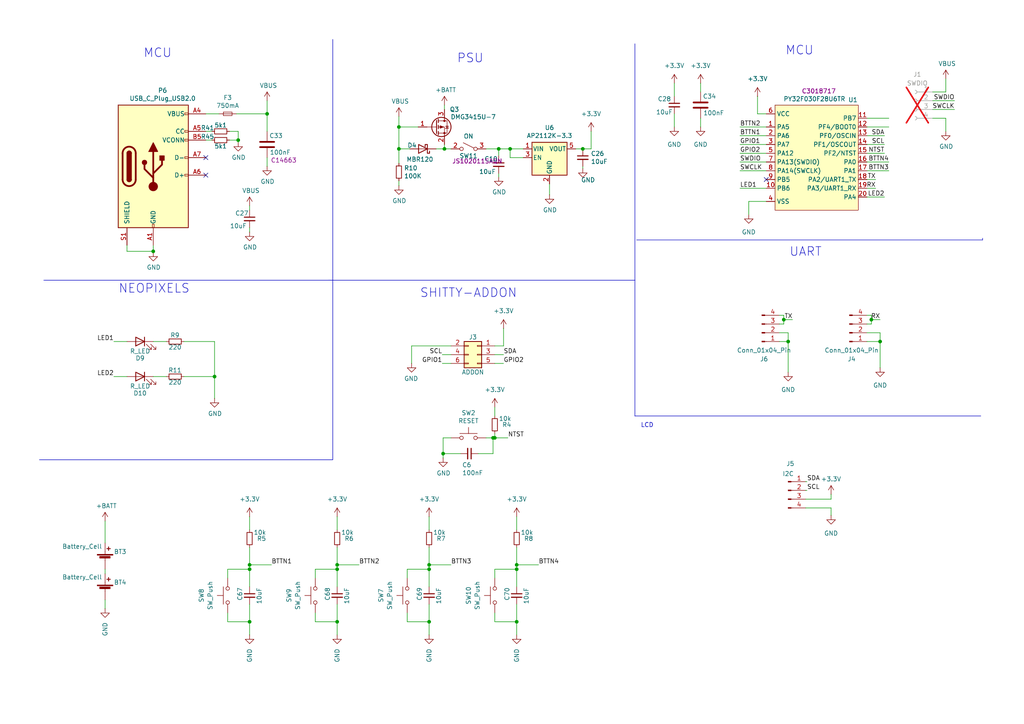
<source format=kicad_sch>
(kicad_sch (version 20250114) (generator "eeschema") (generator_version "9.0")
  (paper "A4")
  (title_block (title "Bsides cDMX 2025") (date "2025-06-02") (rev "1.0"))
  (lib_symbols
    (symbol "Battery_Cell_1" (pin_numbers (hide yes)) (pin_names (offset 0) (hide yes))
      (property "Reference" "BT3" (at 2.54 2.54 0))
      (property "Value" "Battery_Cell" (at -12.446 4.064 0))
      (symbol "Battery_Cell_1_1_1"
        (pin passive line (at 0 5.08 270) (length 2.54) (name "+") (number "1"))
        (pin passive line (at 0 -2.54 90) (length 2.54) (name "-") (number "2"))
      )
    )
    (symbol "Connector:Conn_01x04_Pin" (pin_names (offset 1.016) (hide yes))
      (property "Reference" "J" (at 0 5.08 0))
      (property "Value" "Conn_01x04_Pin" (at 0 -7.62 0))
      (symbol "Conn_01x04_Pin_1_1"
        (pin passive line (at 5.08 2.54 180) (length 3.81) (name "Pin_1") (number "1"))
        (pin passive line (at 5.08 0 180) (length 3.81) (name "Pin_2") (number "2"))
        (pin passive line (at 5.08 -2.54 180) (length 3.81) (name "Pin_3") (number "3"))
        (pin passive line (at 5.08 -5.08 180) (length 3.81) (name "Pin_4") (number "4"))
      )
    )
    (symbol "Connector:Conn_01x04_Socket" (pin_names (offset 1.016) (hide yes))
      (property "Reference" "J" (at 0 5.08 0))
      (property "Value" "Conn_01x04_Socket" (at 0 -7.62 0))
      (symbol "Conn_01x04_Socket_1_1"
        (pin passive line (at -5.08 2.54 0) (length 3.81) (name "Pin_1") (number "1"))
        (pin passive line (at -5.08 0 0) (length 3.81) (name "Pin_2") (number "2"))
        (pin passive line (at -5.08 -2.54 0) (length 3.81) (name "Pin_3") (number "3"))
        (pin passive line (at -5.08 -5.08 0) (length 3.81) (name "Pin_4") (number "4"))
      )
    )
    (symbol "Connector_Generic:Conn_02x03_Odd_Even" (pin_names (offset 1.016) (hide yes))
      (property "Reference" "J" (at 1.27 5.08 0))
      (property "Value" "Conn_02x03_Odd_Even" (at 1.27 -5.08 0))
      (symbol "Conn_02x03_Odd_Even_1_1"
        (pin passive line (at -5.08 2.54 0) (length 3.81) (name "Pin_1") (number "1"))
        (pin passive line (at -5.08 0 0) (length 3.81) (name "Pin_3") (number "3"))
        (pin passive line (at -5.08 -2.54 0) (length 3.81) (name "Pin_5") (number "5"))
        (pin passive line (at 7.62 2.54 180) (length 3.81) (name "Pin_2") (number "2"))
        (pin passive line (at 7.62 0 180) (length 3.81) (name "Pin_4") (number "4"))
        (pin passive line (at 7.62 -2.54 180) (length 3.81) (name "Pin_6") (number "6"))
      )
    )
    (symbol "Device:Battery_Cell" (pin_numbers (hide yes)) (pin_names (offset 0) (hide yes))
      (property "Reference" "BT4" (at 2.54 2.54 0))
      (property "Value" "Battery_Cell" (at -12.446 4.064 0))
      (symbol "Battery_Cell_1_1"
        (pin passive line (at 0 5.08 270) (length 2.54) (name "+") (number "1"))
        (pin passive line (at 0 -2.54 90) (length 2.54) (name "-") (number "2"))
      )
    )
    (symbol "Device:C" (pin_numbers (hide yes)) (pin_names (offset 0.254))
      (property "Reference" "C" (at 0.635 2.54 0))
      (property "Value" "C" (at 0.635 -2.54 0))
      (symbol "C_1_1"
        (pin passive line (at 0 3.81 270) (length 2.794) (name "~") (number "1"))
        (pin passive line (at 0 -3.81 90) (length 2.794) (name "~") (number "2"))
      )
    )
    (symbol "Device:C_Small" (pin_numbers (hide yes)) (pin_names (offset 0.254) (hide yes))
      (property "Reference" "C" (at 0.254 1.778 0))
      (property "Value" "C_Small" (at 0.254 -2.032 0))
      (symbol "C_Small_1_1"
        (pin passive line (at 0 2.54 270) (length 2.032) (name "~") (number "1"))
        (pin passive line (at 0 -2.54 90) (length 2.032) (name "~") (number "2"))
      )
    )
    (symbol "Device:Fuse_Small" (pin_numbers (hide yes)) (pin_names (offset 0.254) (hide yes))
      (property "Reference" "F" (at 0 -1.524 0))
      (property "Value" "Fuse_Small" (at 0 1.524 0))
      (symbol "Fuse_Small_1_1"
        (pin passive line (at -2.54 0 0) (length 1.27) (name "~") (number "1"))
        (pin passive line (at 2.54 0 180) (length 1.27) (name "~") (number "2"))
      )
    )
    (symbol "Device:LED" (pin_numbers (hide yes)) (pin_names (offset 1.016) (hide yes))
      (property "Reference" "D" (at 0 2.54 0))
      (property "Value" "LED" (at 0 -2.54 0))
      (symbol "LED_1_1"
        (pin passive line (at -3.81 0 0) (length 2.54) (name "K") (number "1"))
        (pin passive line (at 3.81 0 180) (length 2.54) (name "A") (number "2"))
      )
    )
    (symbol "Device:Q_PMOS_GSD" (pin_names (offset 0) (hide yes))
      (property "Reference" "Q" (at 5.08 1.27 0))
      (property "Value" "Q_PMOS_GSD" (at 5.08 -1.27 0))
      (symbol "Q_PMOS_GSD_1_1"
        (pin input line (at -5.08 0 0) (length 2.54) (name "G") (number "1"))
        (pin passive line (at 2.54 5.08 270) (length 2.54) (name "D") (number "3"))
        (pin passive line (at 2.54 -5.08 90) (length 2.54) (name "S") (number "2"))
      )
    )
    (symbol "Device:R_Small" (pin_numbers (hide yes)) (pin_names (offset 0.254) (hide yes))
      (property "Reference" "R" (at 0.762 0.508 0))
      (property "Value" "R_Small" (at 0.762 -1.016 0))
      (symbol "R_Small_1_1"
        (pin passive line (at 0 2.54 270) (length 0.762) (name "~") (number "1"))
        (pin passive line (at 0 -2.54 90) (length 0.762) (name "~") (number "2"))
      )
    )
    (symbol "Diode:MBR340" (pin_numbers (hide yes)) (pin_names (offset 1.016) (hide yes))
      (property "Reference" "D" (at 0 2.54 0))
      (property "Value" "MBR340" (at 0 -2.54 0))
      (symbol "MBR340_1_1"
        (pin passive line (at -3.81 0 0) (length 2.54) (name "K") (number "1"))
        (pin passive line (at 3.81 0 180) (length 2.54) (name "A") (number "2"))
      )
    )
    (symbol "HunterCat-NFC-rescue:AP2112K-3.3-Regulator_Linear" (pin_names (offset 0.254))
      (property "Reference" "U" (at -5.08 5.715 0))
      (property "Value" "AP2112K-3.3-Regulator_Linear" (at 0 5.715 0))
      (symbol "AP2112K-3.3-Regulator_Linear_1_1"
        (pin power_in line (at -7.62 2.54 0) (length 2.54) (name "VIN") (number "1"))
        (pin input line (at -7.62 0 0) (length 2.54) (name "EN") (number "3"))
        (pin power_in line (at 0 -7.62 90) (length 2.54) (name "GND") (number "2"))
        (pin power_out line (at 7.62 2.54 180) (length 2.54) (name "VOUT") (number "5"))
        (pin no_connect line (at 7.62 0 180) (length 2.54) (hide yes) (name "NC") (number "4"))
      )
    )
    (symbol "HunterCat-NFC-rescue:USB_C_Plug_USB2.0-Connector" (pin_names (offset 1.016))
      (property "Reference" "P" (at -10.16 19.05 0))
      (property "Value" "USB_C_Plug_USB2.0-Connector" (at 12.7 19.05 0))
      (symbol "USB_C_Plug_USB2.0-Connector_1_1"
        (pin passive line (at -7.62 -22.86 90) (length 5.08) (name "SHIELD") (number "S1"))
        (pin power_in line (at 0 -22.86 90) (length 5.08) (name "GND") (number "A1"))
        (pin passive line (at 0 -22.86 90) (length 5.08) (hide yes) (name "GND") (number "A12"))
        (pin passive line (at 0 -22.86 90) (length 5.08) (hide yes) (name "GND") (number "B1"))
        (pin passive line (at 0 -22.86 90) (length 5.08) (hide yes) (name "GND") (number "B12"))
        (pin power_in line (at 15.24 15.24 180) (length 5.08) (name "VBUS") (number "A4"))
        (pin passive line (at 15.24 15.24 180) (length 5.08) (hide yes) (name "VBUS") (number "A9"))
        (pin passive line (at 15.24 15.24 180) (length 5.08) (hide yes) (name "VBUS") (number "B4"))
        (pin passive line (at 15.24 15.24 180) (length 5.08) (hide yes) (name "VBUS") (number "B9"))
        (pin bidirectional line (at 15.24 10.16 180) (length 5.08) (name "CC") (number "A5"))
        (pin bidirectional line (at 15.24 7.62 180) (length 5.08) (name "VCONN") (number "B5"))
        (pin bidirectional line (at 15.24 2.54 180) (length 5.08) (name "D-") (number "A7"))
        (pin bidirectional line (at 15.24 -2.54 180) (length 5.08) (name "D+") (number "A6"))
      )
    )
    (symbol "Switch:SW_Push" (pin_numbers (hide yes)) (pin_names (offset 1.016) (hide yes))
      (property "Reference" "SW" (at 1.27 2.54 0))
      (property "Value" "SW_Push" (at 0 -1.524 0))
      (symbol "SW_Push_0_1"
        (pin passive line (at -5.08 0 0) (length 2.54) (name "1") (number "1"))
        (pin passive line (at 5.08 0 180) (length 2.54) (name "2") (number "2"))
      )
    )
    (symbol "Switch:SW_SPST" (pin_names (offset 0) (hide yes))
      (property "Reference" "SW1" (at 0 -2.032 0))
      (property "Value" "ON" (at 0 3.6576 0))
      (symbol "SW_SPST_1_1"
        (pin passive line (at -5.08 0 0) (length 2.54) (name "A") (number "3"))
        (pin passive line (at 5.08 0 180) (length 2.54) (name "B") (number "2"))
      )
    )
    (symbol "Symbols:PY32F030F2xU"
      (property "Reference" "U1" (at 9.906 16.764 0))
      (property "Value" "~" (at 9.525 11.43 0))
      (symbol "PY32F030F2xU_1_1"
        (pin bidirectional line (at -15.24 12.7 0) (length 2.54) (name "VCC") (number "6"))
        (pin bidirectional line (at -15.24 8.89 0) (length 2.54) (name "PA5") (number "1"))
        (pin bidirectional line (at -15.24 6.35 0) (length 2.54) (name "PA6") (number "2"))
        (pin bidirectional line (at -15.24 3.81 0) (length 2.54) (name "PA7") (number "3"))
        (pin bidirectional line (at -15.24 1.27 0) (length 2.54) (name "PA12") (number "5"))
        (pin bidirectional line (at -15.24 -1.27 0) (length 2.54) (name "PA13(SWDIO)") (number "7"))
        (pin bidirectional line (at -15.24 -3.81 0) (length 2.54) (name "PA14(SWCLK)") (number "8"))
        (pin bidirectional line (at -15.24 -6.35 0) (length 2.54) (name "PB5") (number "9"))
        (pin bidirectional line (at -15.24 -8.89 0) (length 2.54) (name "PB6") (number "10"))
        (pin bidirectional line (at -15.24 -12.7 0) (length 2.54) (name "VSS") (number "4"))
        (pin bidirectional line (at 13.97 11.43 180) (length 2.54) (name "PB7") (number "11"))
        (pin bidirectional line (at 13.97 8.89 180) (length 2.54) (name "PF4/BOOT0") (number "12"))
        (pin bidirectional line (at 13.97 6.35 180) (length 2.54) (name "PF0/OSCIN") (number "13"))
        (pin bidirectional line (at 13.97 3.81 180) (length 2.54) (name "PF1/OSCOUT") (number "14"))
        (pin bidirectional line (at 13.97 1.27 180) (length 2.54) (name "PF2/NTST") (number "15"))
        (pin bidirectional line (at 13.97 -1.27 180) (length 2.54) (name "PA0") (number "16"))
        (pin bidirectional line (at 13.97 -3.81 180) (length 2.54) (name "PA1") (number "17"))
        (pin bidirectional line (at 13.97 -6.35 180) (length 2.54) (name "PA2/UART1_TX") (number "18"))
        (pin bidirectional line (at 13.97 -8.89 180) (length 2.54) (name "PA3/UART1_RX") (number "19"))
        (pin bidirectional line (at 13.97 -11.43 180) (length 2.54) (name "PA4") (number "20"))
      )
    )
    (symbol "power:+3.3V" (power) (pin_numbers (hide yes)) (pin_names (offset 0) (hide yes))
      (property "Value" "+3.3V" (at 0 3.556 0))
      (symbol "+3.3V_1_1"
        (pin power_in line (at 0 0 90) (length 0) (name "~") (number "1"))
      )
    )
    (symbol "power:+BATT" (power) (pin_names (offset 0))
      (property "Value" "+BATT" (at 0 3.556 0))
      (symbol "+BATT_1_1"
        (pin power_in line (at 0 0 90) (length 0) (hide yes) (name "+BATT") (number "1"))
      )
    )
    (symbol "power:GND" (power) (pin_numbers (hide yes)) (pin_names (offset 0) (hide yes))
      (property "Value" "GND" (at 0 -3.81 0))
      (symbol "GND_1_1"
        (pin power_in line (at 0 0 270) (length 0) (name "~") (number "1"))
      )
    )
    (symbol "power:VBUS" (power) (pin_names (offset 0))
      (property "Value" "VBUS" (at 0 3.81 0))
      (symbol "VBUS_1_1"
        (pin power_in line (at 0 0 90) (length 0) (hide yes) (name "VBUS") (number "1"))
      )
    )
  )
  (text "LCD\n" (at 187.706 123.444 0) (effects (font (size 1.27 1.27))))
  (text "SHITTY-ADDON" (at 135.89 85.09 0) (effects (font (size 2.54 2.54))))
  (text "MCU" (at 45.72 15.494 0) (effects (font (size 2.54 2.54))))
  (text "UART\n" (at 233.68 73.152 0) (effects (font (size 2.54 2.54))))
  (text "PSU\n" (at 136.398 17.018 0) (effects (font (size 2.54 2.54))))
  (text "NEOPIXELS\n" (at 44.704 83.82 0) (effects (font (size 2.54 2.54))))
  (text "MCU" (at 231.902 14.732 0) (effects (font (size 2.54 2.54))))
  (junction (at 69.088 40.64))
  (junction (at 252.73 92.71))
  (junction (at 115.697 43.18))
  (junction (at 124.46 180.34))
  (junction (at 72.39 180.34))
  (junction (at 124.46 163.83))
  (junction (at 144.653 43.18))
  (junction (at 149.86 163.83))
  (junction (at 115.697 36.83))
  (junction (at 72.39 163.83))
  (junction (at 149.86 165.1))
  (junction (at 143.51 127))
  (junction (at 228.6 99.06))
  (junction (at 128.905 43.18))
  (junction (at 97.79 163.83))
  (junction (at 124.46 165.1))
  (junction (at 44.45 72.898))
  (junction (at 149.86 180.34))
  (junction (at 255.27 99.06))
  (junction (at 97.79 165.1))
  (junction (at 97.79 180.34))
  (junction (at 62.23 109.22))
  (junction (at 143.0024 127))
  (junction (at 72.39 165.1))
  (junction (at 77.47 33.02))
  (junction (at 128.524 131.572))
  (junction (at 169.037 43.18))
  (junction (at 227.33 92.71))
  (junction (at 147.955 43.18))
  (no_connect (at 222.25 52.07))
  (no_connect (at 59.69 50.8))
  (no_connect (at 59.69 45.72))
  (wire (pts (xy 274.32 22.86) (xy 274.32 26.67)))
  (wire (pts (xy 252.73 92.71) (xy 252.73 91.44)))
  (wire (pts (xy 33.02 99.06) (xy 36.83 99.06)))
  (wire (pts (xy 214.63 44.45) (xy 222.25 44.45)))
  (wire (pts (xy 251.46 52.07) (xy 254 52.07)))
  (wire (pts (xy 72.39 149.86) (xy 72.39 153.67)))
  (wire (pts (xy 143.51 165.1) (xy 149.86 165.1)))
  (wire (pts (xy 144.653 50.292) (xy 144.653 51.308)))
  (wire (pts (xy 118.11 165.1) (xy 124.46 165.1)))
  (wire (pts (xy 128.905 31.75) (xy 128.905 30.48)))
  (wire (pts (xy 69.088 40.64) (xy 69.088 41.275)))
  (wire (pts (xy 138.684 131.572) (xy 143.0024 131.572)))
  (wire (pts (xy 251.46 46.99) (xy 257.81 46.99)))
  (wire (pts (xy 233.68 139.7) (xy 234.061 139.7)))
  (wire (pts (xy 128.27 102.87) (xy 130.81 102.87)))
  (polyline (pts (xy 184.15 12.7) (xy 184.15 81.28)))
  (wire (pts (xy 226.06 91.44) (xy 227.33 91.44)))
  (wire (pts (xy 149.86 165.1) (xy 149.86 170.18)))
  (wire (pts (xy 128.905 43.18) (xy 126.492 43.18)))
  (wire (pts (xy 143.51 127) (xy 147.32 127)))
  (wire (pts (xy 118.11 177.8) (xy 118.11 180.34)))
  (wire (pts (xy 214.63 41.91) (xy 222.25 41.91)))
  (wire (pts (xy 214.63 49.53) (xy 222.25 49.53)))
  (wire (pts (xy 252.73 91.44) (xy 251.46 91.44)))
  (wire (pts (xy 115.697 52.451) (xy 115.697 53.848)))
  (wire (pts (xy 130.81 127) (xy 128.524 127)))
  (wire (pts (xy 72.39 163.83) (xy 78.74 163.83)))
  (wire (pts (xy 68.58 33.02) (xy 77.47 33.02)))
  (wire (pts (xy 227.33 93.98) (xy 227.33 92.71)))
  (wire (pts (xy 255.27 99.06) (xy 255.27 106.68)))
  (wire (pts (xy 149.86 163.83) (xy 156.21 163.83)))
  (wire (pts (xy 128.905 41.91) (xy 128.905 43.18)))
  (wire (pts (xy 97.79 163.83) (xy 97.79 165.1)))
  (wire (pts (xy 143.51 177.8) (xy 143.51 180.34)))
  (wire (pts (xy 226.06 93.98) (xy 227.33 93.98)))
  (wire (pts (xy 97.79 165.1) (xy 97.79 170.18)))
  (wire (pts (xy 36.83 71.12) (xy 36.83 72.898)))
  (wire (pts (xy 33.02 109.22) (xy 36.83 109.22)))
  (polyline (pts (xy 95.25 81.28) (xy 184.15 81.28)))
  (wire (pts (xy 241.046 147.32) (xy 233.68 147.32)))
  (wire (pts (xy 77.47 29.21) (xy 77.47 33.02)))
  (wire (pts (xy 69.088 38.1) (xy 69.088 40.64)))
  (wire (pts (xy 91.44 180.34) (xy 97.79 180.34)))
  (wire (pts (xy 255.27 96.52) (xy 255.27 99.06)))
  (wire (pts (xy 119.38 100.33) (xy 130.81 100.33)))
  (wire (pts (xy 48.26 109.22) (xy 44.45 109.22)))
  (wire (pts (xy 59.69 38.1) (xy 61.468 38.1)))
  (wire (pts (xy 59.69 33.02) (xy 63.5 33.02)))
  (wire (pts (xy 115.697 36.83) (xy 115.697 33.782)))
  (wire (pts (xy 203.2 24.13) (xy 203.2 26.67)))
  (wire (pts (xy 128.27 105.41) (xy 130.81 105.41)))
  (polyline (pts (xy 12.7 81.28) (xy 96.52 81.28)))
  (wire (pts (xy 97.79 158.75) (xy 97.79 163.83)))
  (wire (pts (xy 72.39 180.34) (xy 72.39 184.15)))
  (polyline (pts (xy 184.658 69.596) (xy 284.988 69.596)))
  (wire (pts (xy 251.46 99.06) (xy 255.27 99.06)))
  (wire (pts (xy 251.46 57.15) (xy 256.54 57.15)))
  (wire (pts (xy 251.46 44.45) (xy 256.54 44.45)))
  (wire (pts (xy 214.63 54.61) (xy 222.25 54.61)))
  (wire (pts (xy 66.548 40.64) (xy 69.088 40.64)))
  (wire (pts (xy 66.548 38.1) (xy 69.088 38.1)))
  (wire (pts (xy 147.955 45.72) (xy 151.765 45.72)))
  (wire (pts (xy 30.48 151.13) (xy 30.48 157.48)))
  (polyline (pts (xy 96.52 133.35) (xy 96.52 81.28)))
  (wire (pts (xy 143.51 180.34) (xy 149.86 180.34)))
  (wire (pts (xy 251.46 36.83) (xy 257.81 36.83)))
  (wire (pts (xy 97.79 175.26) (xy 97.79 180.34)))
  (wire (pts (xy 124.46 163.83) (xy 124.46 165.1)))
  (wire (pts (xy 130.81 43.18) (xy 128.905 43.18)))
  (wire (pts (xy 270.51 31.75) (xy 276.86 31.75)))
  (wire (pts (xy 228.6 96.52) (xy 228.6 99.06)))
  (wire (pts (xy 144.653 43.18) (xy 147.955 43.18)))
  (wire (pts (xy 222.25 33.02) (xy 219.71 33.02)))
  (wire (pts (xy 66.04 180.34) (xy 72.39 180.34)))
  (wire (pts (xy 128.524 127) (xy 128.524 131.572)))
  (wire (pts (xy 241.046 144.78) (xy 233.68 144.78)))
  (wire (pts (xy 274.32 26.67) (xy 270.51 26.67)))
  (wire (pts (xy 66.04 165.1) (xy 72.39 165.1)))
  (wire (pts (xy 251.46 39.37) (xy 256.54 39.37)))
  (wire (pts (xy 124.46 163.83) (xy 130.81 163.83)))
  (wire (pts (xy 66.04 177.8) (xy 66.04 180.34)))
  (wire (pts (xy 228.6 96.52) (xy 226.06 96.52)))
  (wire (pts (xy 30.48 166.37) (xy 30.48 165.1)))
  (wire (pts (xy 143.51 100.33) (xy 146.05 100.33)))
  (wire (pts (xy 115.697 43.18) (xy 115.697 47.371)))
  (wire (pts (xy 146.05 102.87) (xy 143.51 102.87)))
  (wire (pts (xy 121.285 36.83) (xy 115.697 36.83)))
  (polyline (pts (xy 284.988 69.088) (xy 284.988 69.596)))
  (wire (pts (xy 72.39 165.1) (xy 72.39 170.18)))
  (wire (pts (xy 128.524 131.572) (xy 128.524 132.842)))
  (wire (pts (xy 195.58 24.13) (xy 195.58 27.94)))
  (wire (pts (xy 143.51 125.73) (xy 143.51 127)))
  (wire (pts (xy 274.32 34.29) (xy 270.51 34.29)))
  (wire (pts (xy 149.86 163.83) (xy 149.86 165.1)))
  (wire (pts (xy 169.037 48.26) (xy 169.037 48.895)))
  (wire (pts (xy 72.39 175.26) (xy 72.39 180.34)))
  (wire (pts (xy 91.44 177.8) (xy 91.44 180.34)))
  (polyline (pts (xy 184.15 81.28) (xy 184.15 120.65)))
  (wire (pts (xy 91.44 165.1) (xy 91.44 167.64)))
  (wire (pts (xy 252.73 92.71) (xy 252.73 93.98)))
  (wire (pts (xy 228.6 99.06) (xy 228.6 107.95)))
  (wire (pts (xy 227.33 91.44) (xy 227.33 92.71)))
  (wire (pts (xy 159.385 53.34) (xy 159.385 56.515)))
  (wire (pts (xy 146.05 100.33) (xy 146.05 95.25)))
  (wire (pts (xy 62.23 109.22) (xy 62.23 99.06)))
  (wire (pts (xy 251.46 41.91) (xy 256.54 41.91)))
  (wire (pts (xy 128.524 131.572) (xy 133.604 131.572)))
  (wire (pts (xy 143.51 105.41) (xy 146.05 105.41)))
  (wire (pts (xy 219.71 33.02) (xy 219.71 27.94)))
  (wire (pts (xy 124.46 180.34) (xy 124.46 184.15)))
  (wire (pts (xy 167.005 43.18) (xy 169.037 43.18)))
  (wire (pts (xy 30.48 173.99) (xy 30.48 176.53)))
  (wire (pts (xy 53.34 99.06) (xy 62.23 99.06)))
  (wire (pts (xy 124.46 165.1) (xy 124.46 170.18)))
  (wire (pts (xy 77.47 45.72) (xy 77.47 48.26)))
  (wire (pts (xy 251.46 49.53) (xy 257.81 49.53)))
  (wire (pts (xy 149.86 149.86) (xy 149.86 153.67)))
  (wire (pts (xy 270.51 29.21) (xy 276.86 29.21)))
  (wire (pts (xy 115.697 43.18) (xy 115.697 36.83)))
  (wire (pts (xy 227.33 92.71) (xy 229.87 92.71)))
  (wire (pts (xy 143.0024 127) (xy 143.51 127)))
  (wire (pts (xy 274.32 38.1) (xy 274.32 34.29)))
  (wire (pts (xy 59.69 40.64) (xy 61.468 40.64)))
  (wire (pts (xy 124.46 149.86) (xy 124.46 153.67)))
  (wire (pts (xy 195.58 33.02) (xy 195.58 36.83)))
  (polyline (pts (xy 184.15 120.65) (xy 284.48 120.65)))
  (wire (pts (xy 97.79 149.86) (xy 97.79 153.67)))
  (wire (pts (xy 143.0024 131.572) (xy 143.0024 127)))
  (wire (pts (xy 241.046 143.383) (xy 241.046 144.78)))
  (wire (pts (xy 171.45 38.1) (xy 171.45 43.18)))
  (wire (pts (xy 217.17 62.23) (xy 217.17 58.42)))
  (wire (pts (xy 72.39 66.04) (xy 72.39 67.31)))
  (wire (pts (xy 53.34 109.22) (xy 62.23 109.22)))
  (wire (pts (xy 66.04 165.1) (xy 66.04 167.64)))
  (wire (pts (xy 44.45 71.12) (xy 44.45 72.898)))
  (wire (pts (xy 97.79 163.83) (xy 104.14 163.83)))
  (wire (pts (xy 124.46 175.26) (xy 124.46 180.34)))
  (wire (pts (xy 97.79 180.34) (xy 97.79 184.15)))
  (wire (pts (xy 36.83 72.898) (xy 44.45 72.898)))
  (wire (pts (xy 144.653 45.212) (xy 144.653 43.18)))
  (wire (pts (xy 119.38 100.33) (xy 119.38 105.41)))
  (polyline (pts (xy 96.52 11.43) (xy 96.52 81.28)))
  (wire (pts (xy 214.63 36.83) (xy 222.25 36.83)))
  (wire (pts (xy 62.23 115.57) (xy 62.23 109.22)))
  (wire (pts (xy 147.955 45.72) (xy 147.955 43.18)))
  (polyline (pts (xy 11.43 133.35) (xy 96.52 133.35)))
  (wire (pts (xy 124.46 158.75) (xy 124.46 163.83)))
  (wire (pts (xy 72.39 158.75) (xy 72.39 163.83)))
  (wire (pts (xy 255.27 92.71) (xy 252.73 92.71)))
  (wire (pts (xy 48.26 99.06) (xy 44.45 99.06)))
  (wire (pts (xy 140.97 127) (xy 143.0024 127)))
  (wire (pts (xy 143.51 165.1) (xy 143.51 167.64)))
  (wire (pts (xy 44.45 72.898) (xy 44.45 73.152)))
  (wire (pts (xy 72.39 163.83) (xy 72.39 165.1)))
  (wire (pts (xy 255.27 96.52) (xy 251.46 96.52)))
  (wire (pts (xy 149.86 158.75) (xy 149.86 163.83)))
  (wire (pts (xy 203.2 34.29) (xy 203.2 36.83)))
  (wire (pts (xy 169.037 43.18) (xy 171.45 43.18)))
  (wire (pts (xy 214.63 39.37) (xy 222.25 39.37)))
  (wire (pts (xy 77.47 33.02) (xy 77.47 38.1)))
  (wire (pts (xy 217.17 58.42) (xy 222.25 58.42)))
  (wire (pts (xy 140.97 43.18) (xy 144.653 43.18)))
  (wire (pts (xy 91.44 165.1) (xy 97.79 165.1)))
  (wire (pts (xy 118.872 43.18) (xy 115.697 43.18)))
  (wire (pts (xy 226.06 99.06) (xy 228.6 99.06)))
  (wire (pts (xy 118.11 180.34) (xy 124.46 180.34)))
  (wire (pts (xy 149.86 180.34) (xy 149.86 184.15)))
  (wire (pts (xy 251.46 93.98) (xy 252.73 93.98)))
  (wire (pts (xy 251.46 34.29) (xy 257.81 34.29)))
  (wire (pts (xy 72.39 59.69) (xy 72.39 60.96)))
  (wire (pts (xy 143.51 118.11) (xy 143.51 120.65)))
  (wire (pts (xy 149.86 175.26) (xy 149.86 180.34)))
  (wire (pts (xy 251.46 54.61) (xy 254 54.61)))
  (wire (pts (xy 118.11 165.1) (xy 118.11 167.64)))
  (wire (pts (xy 241.046 149.479) (xy 241.046 147.32)))
  (wire (pts (xy 214.63 46.99) (xy 222.25 46.99)))
  (wire (pts (xy 233.68 142.24) (xy 234.061 142.24)))
  (wire (pts (xy 147.955 43.18) (xy 151.765 43.18)))
  (label "SWDIO" (at 214.63 46.99 0))
  (label "BTTN1" (at 78.74 163.83 0))
  (label "SWCLK" (at 214.63 49.53 0))
  (label "GPIO1" (at 214.63 41.91 0))
  (label "GPIO1" (at 128.27 105.41 180))
  (label "SDA" (at 234.061 139.7 0))
  (label "GPIO2" (at 214.63 44.45 0))
  (label "LED2" (at 33.02 109.22 180))
  (label "SDA" (at 256.54 39.37 180))
  (label "GPIO2" (at 146.05 105.41 0))
  (label "TX" (at 229.87 92.71 180))
  (label "BTTN4" (at 156.21 163.83 0))
  (label "LED1" (at 214.63 54.61 0))
  (label "NTST" (at 256.54 44.45 180))
  (label "SWDIO" (at 276.86 29.21 180))
  (label "SDA" (at 146.05 102.87 0))
  (label "LED1" (at 33.02 99.06 180))
  (label "BTTN1" (at 214.63 39.37 0))
  (label "BTTN2" (at 214.63 36.83 0))
  (label "BTTN4" (at 257.81 46.99 180))
  (label "TX" (at 254 52.07 180))
  (label "LED2" (at 256.54 57.15 180))
  (label "BTTN3" (at 257.81 49.53 180))
  (label "BTTN3" (at 130.81 163.83 0))
  (label "BTTN2" (at 104.14 163.83 0))
  (label "NTST" (at 147.32 127 0))
  (label "SCL" (at 128.27 102.87 180))
  (label "SWCLK" (at 276.86 31.75 180))
  (label "SCL" (at 256.54 41.91 180))
  (label "RX" (at 255.27 92.71 180))
  (label "RX" (at 254 54.61 180))
  (label "SCL" (at 234.061 142.24 0))
  (symbol (lib_id "power:+3.3V") (at 97.79 149.86 0) (unit 1)
    (property "Reference" "#PWR019" (effects (hide yes)))
    (property "Value" "+3.3V" (at 97.79 144.78 0))
    (property "Description" "Power symbol creates a global label with name \"+3.3V\"" (effects (hide yes)))
  )
  (symbol (lib_id "Symbols:PY32F030F2xU") (at 237.49 45.72 0) (unit 1)
    (property "Reference" "U1" (at 247.396 28.956 0))
    (property "Value" "PY32F030F28U6TR" (at 236.22 28.702 0))
    (property "Footprint" "Package_DFN_QFN:QFN-20-1EP_3x3mm_P0.4mm_EP1.65x1.65mm_ThermalVias" (effects (hide yes)))
    (property "LCSC#" "C3018717" (at 237.49 26.416 0))
  )
  (symbol (lib_id "Switch:SW_SPST") (at 135.89 43.18 0) (mirror y) (unit 1)
    (property "Reference" "SW11" (at 135.89 45.212 0))
    (property "Value" "ON" (at 135.89 39.5224 0))
    (property "Footprint" "Footprints:JS102011SAQN" (effects (hide yes)))
    (property "LCSC#" "-" (effects (hide yes)))
    (property "manf#" "JS102011SAQN" (effects (hide yes)))
    (property "Manufacturer_Part_Number" "JS102011SAQN" (at 138.43 46.736 0))
  )
  (symbol (lib_id "Connector:Conn_01x04_Pin") (at 246.38 96.52 0) (mirror x) (unit 1)
    (property "Reference" "J4" (at 247.015 104.14 0))
    (property "Value" "Conn_01x04_Pin" (at 247.015 101.6 0))
    (property "Footprint" "Connector_PinHeader_2.54mm:PinHeader_1x04_P2.54mm_Horizontal" (effects (hide yes)))
    (property "Description" "Generic connector, single row, 01x04, script generated" (effects (hide yes)))
    (property "LCSC#" "C492412" (effects (hide yes)))
  )
  (symbol (lib_id "power:GND") (at 124.46 184.15 0) (unit 1)
    (property "Reference" "#PWR015" (effects (hide yes)))
    (property "Value" "GND" (at 124.46 188.087 90) (effects (justify right)))
  )
  (symbol (lib_id "Device:R_Small") (at 50.8 99.06 90) (unit 1)
    (property "Reference" "R9" (at 50.7492 97.2312 90))
    (property "Value" "220" (at 50.7746 100.711 90))
    (property "Footprint" "Resistor_SMD:R_0603_1608Metric" (effects (hide yes)))
    (property "LCSC#" "C22962" (effects (hide yes)))
    (property "Proveedor" "Digikey" (effects (hide yes)))
  )
  (symbol (lib_id "power:+3.3V") (at 149.86 149.86 0) (unit 1)
    (property "Reference" "#PWR022" (effects (hide yes)))
    (property "Value" "+3.3V" (at 149.86 144.78 0))
    (property "Description" "Power symbol creates a global label with name \"+3.3V\"" (effects (hide yes)))
  )
  (symbol (lib_id "Device:C_Small") (at 195.58 30.48 0) (unit 1)
    (property "Reference" "C28" (at 190.754 28.702 0) (effects (justify left)))
    (property "Value" "10uF" (at 190.246 32.512 0) (effects (justify left)))
    (property "Footprint" "Capacitor_SMD:C_0603_1608Metric" (effects (hide yes)))
    (property "LCSC#" "C96446" (effects (hide yes)))
  )
  (symbol (lib_id "power:GND") (at 203.2 36.83 0) (unit 1)
    (property "Reference" "#PWR05" (effects (hide yes)))
    (property "Value" "GND" (at 203.2 41.91 0))
    (property "Description" "Power symbol creates a global label with name \"GND\" , ground" (effects (hide yes)))
  )
  (symbol (lib_id "power:GND") (at 274.32 38.1 0) (unit 1)
    (property "Reference" "#PWR053" (effects (hide yes)))
    (property "Value" "GND" (at 274.447 42.4942 0))
  )
  (symbol (lib_id "power:VBUS") (at 115.697 33.782 0) (unit 1)
    (property "Reference" "#PWR029" (effects (hide yes)))
    (property "Value" "VBUS" (at 116.078 29.3878 0))
  )
  (symbol (lib_id "power:+3.3V") (at 146.05 95.25 0) (unit 1)
    (property "Reference" "#PWR017" (effects (hide yes)))
    (property "Value" "+3.3V" (at 146.05 90.17 0))
    (property "Description" "Power symbol creates a global label with name \"+3.3V\"" (effects (hide yes)))
  )
  (symbol (lib_id "power:GND") (at 72.39 184.15 0) (unit 1)
    (property "Reference" "#PWR013" (effects (hide yes)))
    (property "Value" "GND" (at 72.39 188.087 90) (effects (justify right)))
  )
  (symbol (lib_id "power:GND") (at 115.697 53.848 0) (unit 1)
    (property "Reference" "#PWR030" (effects (hide yes)))
    (property "Value" "GND" (at 115.824 58.2422 0))
  )
  (symbol (lib_id "power:+3.3V") (at 219.71 27.94 0) (unit 1)
    (property "Reference" "#PWR01" (effects (hide yes)))
    (property "Value" "+3.3V" (at 219.71 22.86 0))
    (property "Description" "Power symbol creates a global label with name \"+3.3V\"" (effects (hide yes)))
  )
  (symbol (lib_id "Device:C_Small") (at 144.653 47.752 0) (unit 1)
    (property "Reference" "C10" (at 140.462 46.101 0) (effects (justify left)))
    (property "Value" "10uF" (at 138.938 49.784 0) (effects (justify left)))
    (property "Footprint" "Capacitor_SMD:C_0603_1608Metric" (effects (hide yes)))
    (property "LCSC#" "C96446" (effects (hide yes)))
  )
  (symbol (lib_id "Connector_Generic:Conn_02x03_Odd_Even") (at 138.43 102.87 0) (mirror y) (unit 1)
    (property "Reference" "J3" (at 137.16 97.79 0))
    (property "Value" "ADDON" (at 137.16 107.95 0))
    (property "Footprint" "Connector_PinSocket_2.54mm:PinSocket_2x03_P2.54mm_Vertical_SMD" (effects (hide yes)))
    (property "LCSC#" "C3975148" (effects (hide yes)))
    (property "provedor" "JLCPCB" (effects (hide yes)))
  )
  (symbol (lib_id "power:VBUS") (at 77.47 29.21 0) (unit 1)
    (property "Reference" "#PWR031" (effects (hide yes)))
    (property "Value" "VBUS" (at 77.851 24.8158 0))
  )
  (symbol (lib_id "Connector:Conn_01x04_Pin") (at 228.6 142.24 0) (unit 1)
    (property "Reference" "J5" (at 229.235 134.493 0))
    (property "Value" "I2C" (at 228.6 137.414 0))
    (property "Footprint" "Connector_PinSocket_2.54mm:PinSocket_1x04_P2.54mm_Vertical" (effects (hide yes)))
    (property "manf#" "Display OLED 128×32 0.91 I2C SSD1306 Blanco / Azul" (effects (hide yes)))
    (property "Proveedor" "Unit Electronics" (effects (hide yes)))
  )
  (symbol (lib_id "power:+3.3V") (at 72.39 149.86 0) (unit 1)
    (property "Reference" "#PWR018" (effects (hide yes)))
    (property "Value" "+3.3V" (at 72.39 144.78 0))
    (property "Description" "Power symbol creates a global label with name \"+3.3V\"" (effects (hide yes)))
  )
  (symbol (lib_id "Device:R_Small") (at 149.86 156.21 180) (unit 1)
    (property "Reference" "R8" (at 154.686 156.21 0) (effects (justify left)))
    (property "Value" "10k" (at 154.686 154.432 0) (effects (justify left)))
    (property "Footprint" "Resistor_SMD:R_0603_1608Metric" (effects (hide yes)))
    (property "Datasheet" "https://datasheet.lcsc.com/lcsc/1811081617_YAGEO-RC0603JR-0710KL_C99198.pdf" (effects (hide yes)))
    (property "LCSC#" "C99198" (effects (hide yes)))
    (property "provedor" "JLCPCB" (effects (hide yes)))
  )
  (symbol (lib_id "Switch:SW_Push") (at 143.51 172.72 90) (unit 1)
    (property "Reference" "SW10" (at 135.89 172.72 0))
    (property "Value" "SW_Push" (at 138.43 172.72 0))
    (property "Footprint" "Footprints:TS1088R02026" (effects (hide yes)))
    (property "Description" "Push button switch, generic, two pins" (effects (hide yes)))
    (property "LCSC#" "C455280" (effects (hide yes)))
  )
  (symbol (lib_id "power:+3.3V") (at 203.2 24.13 0) (unit 1)
    (property "Reference" "#PWR03" (effects (hide yes)))
    (property "Value" "+3.3V" (at 203.2 19.05 0))
    (property "Description" "Power symbol creates a global label with name \"+3.3V\"" (effects (hide yes)))
  )
  (symbol (lib_id "power:+BATT") (at 30.48 151.13 0) (unit 1)
    (property "Reference" "#PWR034" (effects (hide yes)))
    (property "Value" "+BATT" (at 30.861 146.7358 0))
  )
  (symbol (lib_id "Device:C_Small") (at 169.037 45.72 0) (unit 1)
    (property "Reference" "C26" (at 171.3738 44.5516 0) (effects (justify left)))
    (property "Value" "10uF" (at 171.3738 46.863 0) (effects (justify left)))
    (property "Footprint" "Capacitor_SMD:C_0603_1608Metric" (effects (hide yes)))
    (property "LCSC#" "C96446" (effects (hide yes)))
  )
  (symbol (lib_id "power:VBUS") (at 72.39 59.69 0) (unit 1)
    (property "Reference" "#PWR035" (effects (hide yes)))
    (property "Value" "VBUS" (at 72.771 55.2958 0))
  )
  (symbol (lib_id "Device:Fuse_Small") (at 66.04 33.02 0) (unit 1)
    (property "Reference" "F3" (at 66.04 28.321 0))
    (property "Value" "750mA" (at 66.04 30.6324 0))
    (property "Footprint" "Fuse:Fuse_0603_1608Metric" (effects (hide yes)))
    (property "manf#" "06D0750D" (effects (hide yes)))
    (property "provedor" "LCSC" (effects (hide yes)))
    (property "LCSC#" " C182438" (effects (hide yes)))
  )
  (symbol (lib_id "Connector:Conn_01x04_Socket") (at 265.43 29.21 0) (mirror y) (unit 1) (dnp yes)
    (property "Reference" "J1" (at 266.065 21.59 0))
    (property "Value" "SWDIO" (at 266.065 24.13 0))
    (property "Footprint" "Connector_PinHeader_2.54mm:PinHeader_1x04_P2.54mm_Vertical" (effects (hide yes)))
    (property "Description" "Generic connector, single row, 01x04, script generated" (effects (hide yes)))
  )
  (symbol (lib_id "power:GND") (at 159.385 56.515 0) (unit 1)
    (property "Reference" "#PWR046" (effects (hide yes)))
    (property "Value" "GND" (at 159.512 60.9092 0))
  )
  (symbol (lib_id "power:GND") (at 77.47 48.26 0) (unit 1)
    (property "Reference" "#PWR052" (effects (hide yes)))
    (property "Value" "GND" (at 77.597 52.6542 0))
  )
  (symbol (lib_id "Device:C_Small") (at 97.79 172.72 0) (unit 1)
    (property "Reference" "C68" (at 94.996 174.244 90) (effects (justify left)))
    (property "Value" "10uF" (at 100.584 175.26 90) (effects (justify left)))
    (property "Footprint" "Capacitor_SMD:C_0603_1608Metric" (effects (hide yes)))
    (property "Description" "Unpolarized capacitor, small symbol" (effects (hide yes)))
    (property "LCSC#" "C96446" (effects (hide yes)))
  )
  (symbol (lib_id "Device:R_Small") (at 64.008 40.64 270) (unit 1)
    (property "Reference" "R45" (at 60.198 39.624 90))
    (property "Value" "5k1" (at 64.008 42.418 90))
    (property "Footprint" "Resistor_SMD:R_0603_1608Metric" (effects (hide yes)))
    (property "manf#" "ERJ3RBD5101V" (effects (hide yes)))
    (property "LCSC#" "C191782" (effects (hide yes)))
    (property "provedor" "LCSC" (effects (hide yes)))
  )
  (symbol (lib_id "power:GND") (at 217.17 62.23 0) (unit 1)
    (property "Reference" "#PWR02" (effects (hide yes)))
    (property "Value" "GND" (at 217.17 67.31 0))
    (property "Description" "Power symbol creates a global label with name \"GND\" , ground" (effects (hide yes)))
  )
  (symbol (lib_id "Connector:Conn_01x04_Pin") (at 220.98 96.52 0) (mirror x) (unit 1)
    (property "Reference" "J6" (at 221.615 104.14 0))
    (property "Value" "Conn_01x04_Pin" (at 221.615 101.6 0))
    (property "Footprint" "Connector_PinSocket_2.54mm:PinSocket_1x04_P2.54mm_Horizontal" (effects (hide yes)))
    (property "Description" "Generic connector, single row, 01x04, script generated" (effects (hide yes)))
    (property "LCSC#" "C2897386" (effects (hide yes)))
  )
  (symbol (lib_name "Battery_Cell_1") (lib_id "Device:Battery_Cell") (at 30.48 162.56 0) (unit 1)
    (property "Reference" "BT3" (at 33.02 160.02 0) (effects (justify left)))
    (property "Value" "Battery_Cell" (at 18.034 158.496 0) (effects (justify left)))
    (property "Footprint" "Battery:BatteryHolder_Keystone_2466_1xAAA" (effects (hide yes)))
    (property "LCSC#" "C5290189 " (effects (hide yes)))
    (property "manf#" "BH-AAA-A1AJ001 " (effects (hide yes)))
  )
  (symbol (lib_id "power:GND") (at 69.088 41.275 0) (unit 1)
    (property "Reference" "#PWR050" (effects (hide yes)))
    (property "Value" "GND" (at 69.215 45.6692 0))
  )
  (symbol (lib_id "HunterCat-NFC-rescue:AP2112K-3.3-Regulator_Linear") (at 159.385 45.72 0) (unit 1)
    (property "Reference" "U6" (at 159.385 37.0332 0))
    (property "Value" "AP2112K-3.3" (at 159.385 39.3446 0))
    (property "Footprint" "Package_TO_SOT_SMD:SOT-23-5" (effects (hide yes)))
    (property "Datasheet" "https://www.diodes.com/assets/Datasheets/AP2112.pdf" (effects (hide yes)))
    (property "manf#" "AP7365-33WG-7" (effects (hide yes)))
    (property "LCSC#" "C150742" (effects (hide yes)))
  )
  (symbol (lib_id "Device:R_Small") (at 143.51 123.19 180) (unit 1)
    (property "Reference" "R4" (at 148.336 123.19 0) (effects (justify left)))
    (property "Value" "10k" (at 148.336 121.412 0) (effects (justify left)))
    (property "Footprint" "Resistor_SMD:R_0603_1608Metric" (effects (hide yes)))
    (property "Datasheet" "https://datasheet.lcsc.com/lcsc/1811081617_YAGEO-RC0603JR-0710KL_C99198.pdf" (effects (hide yes)))
    (property "LCSC#" "C99198" (effects (hide yes)))
    (property "provedor" "JLCPCB" (effects (hide yes)))
  )
  (symbol (lib_id "power:+BATT") (at 128.905 30.48 0) (unit 1)
    (property "Reference" "#PWR033" (effects (hide yes)))
    (property "Value" "+BATT" (at 129.286 26.0858 0))
  )
  (symbol (lib_id "Device:Q_PMOS_GSD") (at 126.365 36.83 0) (unit 1)
    (property "Reference" "Q3" (at 130.429 31.75 0) (effects (justify left)))
    (property "Value" "DMG3415U-7" (at 130.683 33.909 0) (effects (justify left)))
    (property "Footprint" "Package_TO_SOT_SMD:SOT-23" (effects (hide yes)))
    (property "Datasheet" "https://www.mouser.mx/datasheet/2/115/ds31735-64958.pdf" (effects (hide yes)))
    (property "LCSC#" "C96616" (effects (hide yes)))
  )
  (symbol (lib_id "power:+3.3V") (at 171.45 38.1 0) (unit 1)
    (property "Reference" "#PWR011" (effects (hide yes)))
    (property "Value" "+3.3V" (at 171.45 33.02 0))
    (property "Description" "Power symbol creates a global label with name \"+3.3V\"" (effects (hide yes)))
  )
  (symbol (lib_id "Diode:MBR340") (at 122.682 43.18 180) (unit 1)
    (property "Reference" "D4" (at 119.507 42.164 0))
    (property "Value" "MBR120" (at 121.793 46.228 0))
    (property "Footprint" "Diode_SMD:D_SOD-123F" (effects (hide yes)))
    (property "Datasheet" "http://www.onsemi.com/pub_link/Collateral/MBR340-D.PDF" (effects (hide yes)))
    (property "LCSC#" "C130880" (effects (hide yes)))
    (property "manf#" "MBR120LSF" (effects (hide yes)))
  )
  (symbol (lib_id "Device:C_Small") (at 72.39 63.5 0) (unit 1)
    (property "Reference" "C27" (at 68.199 61.849 0) (effects (justify left)))
    (property "Value" "10uF" (at 66.675 65.532 0) (effects (justify left)))
    (property "Footprint" "Capacitor_SMD:C_0603_1608Metric" (effects (hide yes)))
    (property "provedor" "LCSC" (effects (hide yes)))
    (property "LCSC#" "C96446" (effects (hide yes)))
  )
  (symbol (lib_id "power:GND") (at 169.037 48.895 0) (unit 1)
    (property "Reference" "#PWR048" (effects (hide yes)))
    (property "Value" "GND" (at 170.561 52.197 0))
  )
  (symbol (lib_id "Device:C_Small") (at 136.144 131.572 270) (unit 1)
    (property "Reference" "C6" (at 134.0358 134.8486 90) (effects (justify left)))
    (property "Value" "100nF" (at 134.0358 137.16 90) (effects (justify left)))
    (property "Footprint" "Capacitor_SMD:C_0603_1608Metric" (effects (hide yes)))
    (property "LCSC#" "C14663" (effects (hide yes)))
    (property "provedor" "JLCPCB" (effects (hide yes)))
  )
  (symbol (lib_id "Device:LED") (at 40.64 99.06 0) (mirror y) (unit 1)
    (property "Reference" "D9" (at 40.64 103.886 0))
    (property "Value" "R_LED" (at 40.64 101.854 0))
    (property "Footprint" "Footprints:LYT77K-K2M1" (effects (hide yes)))
    (property "Datasheet" "https://dammedia.osram.info/media/resource/hires/osram-dam-2492860/LY%20T776.pdf" (effects (hide yes)))
    (property "manf#" "XZCWD45S-9" (effects (hide yes)))
    (property "Proveedor" "Digikey" (effects (hide yes)))
  )
  (symbol (lib_id "power:GND") (at 144.653 51.308 0) (unit 1)
    (property "Reference" "#PWR045" (effects (hide yes)))
    (property "Value" "GND" (at 144.78 55.7022 0))
  )
  (symbol (lib_id "Device:C_Small") (at 72.39 172.72 0) (unit 1)
    (property "Reference" "C67" (at 69.596 174.244 90) (effects (justify left)))
    (property "Value" "10uF" (at 75.184 175.26 90) (effects (justify left)))
    (property "Footprint" "Capacitor_SMD:C_0603_1608Metric" (effects (hide yes)))
    (property "Description" "Unpolarized capacitor, small symbol" (effects (hide yes)))
    (property "LCSC#" "C96446" (effects (hide yes)))
  )
  (symbol (lib_id "power:+3.3V") (at 143.51 118.11 0) (unit 1)
    (property "Reference" "#PWR09" (effects (hide yes)))
    (property "Value" "+3.3V" (at 143.51 113.03 0))
    (property "Description" "Power symbol creates a global label with name \"+3.3V\"" (effects (hide yes)))
  )
  (symbol (lib_id "power:+3.3V") (at 195.58 24.13 0) (unit 1)
    (property "Reference" "#PWR04" (effects (hide yes)))
    (property "Value" "+3.3V" (at 195.58 19.05 0))
    (property "Description" "Power symbol creates a global label with name \"+3.3V\"" (effects (hide yes)))
  )
  (symbol (lib_id "Device:C_Small") (at 149.86 172.72 0) (unit 1)
    (property "Reference" "C70" (at 147.066 174.244 90) (effects (justify left)))
    (property "Value" "10uF" (at 152.654 175.26 90) (effects (justify left)))
    (property "Footprint" "Capacitor_SMD:C_0603_1608Metric" (effects (hide yes)))
    (property "Description" "Unpolarized capacitor, small symbol" (effects (hide yes)))
    (property "LCSC#" "C96446" (effects (hide yes)))
  )
  (symbol (lib_id "power:GND") (at 30.48 176.53 0) (unit 1)
    (property "Reference" "#PWR012" (effects (hide yes)))
    (property "Value" "GND" (at 30.48 180.467 90) (effects (justify right)))
  )
  (symbol (lib_id "power:GND") (at 149.86 184.15 0) (unit 1)
    (property "Reference" "#PWR016" (effects (hide yes)))
    (property "Value" "GND" (at 149.86 188.087 90) (effects (justify right)))
  )
  (symbol (lib_id "power:GND") (at 72.39 67.31 0) (unit 1)
    (property "Reference" "#PWR051" (effects (hide yes)))
    (property "Value" "GND" (at 72.517 71.7042 0))
  )
  (symbol (lib_id "Device:R_Small") (at 64.008 38.1 270) (unit 1)
    (property "Reference" "R41" (at 60.198 37.084 90))
    (property "Value" "5k1" (at 64.008 36.322 90))
    (property "Footprint" "Resistor_SMD:R_0603_1608Metric" (effects (hide yes)))
    (property "manf#" "ERJ3RBD5101V" (effects (hide yes)))
    (property "LCSC#" "C191782" (effects (hide yes)))
    (property "provedor" "LCSC" (effects (hide yes)))
  )
  (symbol (lib_id "power:GND") (at 255.27 106.68 0) (unit 1)
    (property "Reference" "#PWR08" (effects (hide yes)))
    (property "Value" "GND" (at 255.27 111.76 0))
    (property "Description" "Power symbol creates a global label with name \"GND\" , ground" (effects (hide yes)))
  )
  (symbol (lib_id "Switch:SW_Push") (at 66.04 172.72 90) (unit 1)
    (property "Reference" "SW8" (at 58.42 172.72 0))
    (property "Value" "SW_Push" (at 60.96 172.72 0))
    (property "Footprint" "Footprints:TS1088R02026" (effects (hide yes)))
    (property "Description" "Push button switch, generic, two pins" (effects (hide yes)))
    (property "LCSC#" "C455280" (effects (hide yes)))
  )
  (symbol (lib_id "Device:C") (at 203.2 30.48 0) (unit 1)
    (property "Reference" "C34" (at 203.835 27.94 0) (effects (justify left)))
    (property "Value" "100nF" (at 203.962 32.766 0) (effects (justify left)))
    (property "Footprint" "Capacitor_SMD:C_0603_1608Metric" (effects (hide yes)))
    (property "Description" "Unpolarized capacitor" (effects (hide yes)))
    (property "LCSC#" "C14663" (effects (hide yes)))
  )
  (symbol (lib_id "power:+3.3V") (at 124.46 149.86 0) (unit 1)
    (property "Reference" "#PWR021" (effects (hide yes)))
    (property "Value" "+3.3V" (at 124.46 144.78 0))
    (property "Description" "Power symbol creates a global label with name \"+3.3V\"" (effects (hide yes)))
  )
  (symbol (lib_id "power:GND") (at 195.58 36.83 0) (unit 1)
    (property "Reference" "#PWR06" (effects (hide yes)))
    (property "Value" "GND" (at 195.58 41.91 0))
    (property "Description" "Power symbol creates a global label with name \"GND\" , ground" (effects (hide yes)))
  )
  (symbol (lib_id "Switch:SW_Push") (at 118.11 172.72 90) (unit 1)
    (property "Reference" "SW7" (at 110.49 172.72 0))
    (property "Value" "SW_Push" (at 113.03 172.72 0))
    (property "Footprint" "Footprints:TS1088R02026" (effects (hide yes)))
    (property "Description" "Push button switch, generic, two pins" (effects (hide yes)))
    (property "LCSC#" "C455280" (effects (hide yes)))
  )
  (symbol (lib_id "power:GND") (at 241.046 149.479 0) (unit 1)
    (property "Reference" "#PWR069" (effects (hide yes)))
    (property "Value" "GND" (at 241.046 154.686 0))
  )
  (symbol (lib_id "HunterCat-NFC-rescue:USB_C_Plug_USB2.0-Connector") (at 44.45 48.26 0) (unit 1)
    (property "Reference" "P6" (at 47.1678 26.2382 0))
    (property "Value" "USB_C_Plug_USB2.0" (at 47.1678 28.5496 0))
    (property "Footprint" "Footprints:C393939" (effects (hide yes)))
    (property "Datasheet" "https://datasheet.lcsc.com/lcsc/2108132030_Korean-Hroparts-Elec-TYPE-C-31-M-31_C2760486.pdf" (effects (hide yes)))
    (property "manf#" "TYPE-C-31-M-31" (effects (hide yes)))
    (property "LCSC#" "C2760486" (effects (hide yes)))
    (property "provedor" "LCSC" (effects (hide yes)))
  )
  (symbol (lib_id "power:GND") (at 128.524 132.842 0) (unit 1)
    (property "Reference" "#PWR020" (effects (hide yes)))
    (property "Value" "GND" (at 128.651 137.2362 0))
  )
  (symbol (lib_id "power:+3.3V") (at 241.046 143.383 0) (unit 1)
    (property "Reference" "#PWR067" (effects (hide yes)))
    (property "Value" "+3.3V" (at 241.046 138.938 0))
  )
  (symbol (lib_id "power:VBUS") (at 274.32 22.86 0) (unit 1)
    (property "Reference" "#PWR032" (effects (hide yes)))
    (property "Value" "VBUS" (at 274.701 18.4658 0))
  )
  (symbol (lib_id "Device:C_Small") (at 124.46 172.72 0) (unit 1)
    (property "Reference" "C69" (at 121.666 174.244 90) (effects (justify left)))
    (property "Value" "10uF" (at 127.254 175.26 90) (effects (justify left)))
    (property "Footprint" "Capacitor_SMD:C_0603_1608Metric" (effects (hide yes)))
    (property "Description" "Unpolarized capacitor, small symbol" (effects (hide yes)))
    (property "LCSC#" "C96446" (effects (hide yes)))
  )
  (symbol (lib_id "Device:R_Small") (at 115.697 49.911 0) (unit 1)
    (property "Reference" "R10" (at 117.1956 48.7426 0) (effects (justify left)))
    (property "Value" "100K" (at 117.1956 51.054 0) (effects (justify left)))
    (property "Footprint" "Resistor_SMD:R_0603_1608Metric" (effects (hide yes)))
    (property "LCSC#" "C25803" (effects (hide yes)))
  )
  (symbol (lib_id "power:GND") (at 62.23 115.57 0) (unit 1)
    (property "Reference" "#PWR054" (effects (hide yes)))
    (property "Value" "GND" (at 62.357 119.9642 0))
  )
  (symbol (lib_id "Device:Battery_Cell") (at 30.48 171.45 0) (unit 1)
    (property "Reference" "BT4" (at 33.02 168.91 0) (effects (justify left)))
    (property "Value" "Battery_Cell" (at 18.034 167.386 0) (effects (justify left)))
    (property "Footprint" "Battery:BatteryHolder_Keystone_2466_1xAAA" (effects (hide yes)))
    (property "LCSC#" "C5290189 " (effects (hide yes)))
    (property "manf#" "BH-AAA-A1AJ001 " (effects (hide yes)))
  )
  (symbol (lib_id "Device:R_Small") (at 72.39 156.21 180) (unit 1)
    (property "Reference" "R5" (at 77.216 156.21 0) (effects (justify left)))
    (property "Value" "10k" (at 77.216 154.432 0) (effects (justify left)))
    (property "Footprint" "Resistor_SMD:R_0603_1608Metric" (effects (hide yes)))
    (property "Datasheet" "https://datasheet.lcsc.com/lcsc/1811081617_YAGEO-RC0603JR-0710KL_C99198.pdf" (effects (hide yes)))
    (property "LCSC#" "C99198" (effects (hide yes)))
    (property "provedor" "JLCPCB" (effects (hide yes)))
  )
  (symbol (lib_id "Device:R_Small") (at 124.46 156.21 180) (unit 1)
    (property "Reference" "R7" (at 129.286 156.21 0) (effects (justify left)))
    (property "Value" "10k" (at 129.286 154.432 0) (effects (justify left)))
    (property "Footprint" "Resistor_SMD:R_0603_1608Metric" (effects (hide yes)))
    (property "Datasheet" "https://datasheet.lcsc.com/lcsc/1811081617_YAGEO-RC0603JR-0710KL_C99198.pdf" (effects (hide yes)))
    (property "LCSC#" "C99198" (effects (hide yes)))
    (property "provedor" "JLCPCB" (effects (hide yes)))
  )
  (symbol (lib_id "Device:R_Small") (at 97.79 156.21 180) (unit 1)
    (property "Reference" "R6" (at 102.616 156.21 0) (effects (justify left)))
    (property "Value" "10k" (at 102.616 154.432 0) (effects (justify left)))
    (property "Footprint" "Resistor_SMD:R_0603_1608Metric" (effects (hide yes)))
    (property "Datasheet" "https://datasheet.lcsc.com/lcsc/1811081617_YAGEO-RC0603JR-0710KL_C99198.pdf" (effects (hide yes)))
    (property "LCSC#" "C99198" (effects (hide yes)))
    (property "provedor" "JLCPCB" (effects (hide yes)))
  )
  (symbol (lib_id "Device:C") (at 77.47 41.91 0) (unit 1)
    (property "Reference" "C33" (at 78.105 39.37 0) (effects (justify left)))
    (property "Value" "100nF" (at 78.232 44.196 0) (effects (justify left)))
    (property "Footprint" "Capacitor_SMD:C_0603_1608Metric" (effects (hide yes)))
    (property "Description" "Unpolarized capacitor" (effects (hide yes)))
    (property "LCSC#" "C14663" (at 82.296 46.482 0))
  )
  (symbol (lib_id "Switch:SW_Push") (at 135.89 127 0) (unit 1)
    (property "Reference" "SW2" (at 135.89 119.761 0))
    (property "Value" "RESET" (at 135.89 122.0724 0))
    (property "Footprint" "Button_Switch_SMD:SW_SPST_TL3342" (effects (hide yes)))
    (property "LCSC#" "C318884" (effects (hide yes)))
    (property "provedor" "JLCPCB" (effects (hide yes)))
  )
  (symbol (lib_id "power:GND") (at 97.79 184.15 0) (unit 1)
    (property "Reference" "#PWR014" (effects (hide yes)))
    (property "Value" "GND" (at 97.79 188.087 90) (effects (justify right)))
  )
  (symbol (lib_id "power:GND") (at 119.38 105.41 0) (mirror y) (unit 1)
    (property "Reference" "#PWR010" (effects (hide yes)))
    (property "Value" "GND" (at 119.253 109.8042 0))
  )
  (symbol (lib_id "Device:LED") (at 40.64 109.22 0) (mirror y) (unit 1)
    (property "Reference" "D10" (at 40.64 114.046 0))
    (property "Value" "R_LED" (at 40.64 112.014 0))
    (property "Footprint" "Footprints:LYT77K-K2M1" (effects (hide yes)))
    (property "Datasheet" "https://dammedia.osram.info/media/resource/hires/osram-dam-2492860/LY%20T776.pdf" (effects (hide yes)))
    (property "manf#" "XZCWD45S-9" (effects (hide yes)))
    (property "Proveedor" "Digikey" (effects (hide yes)))
  )
  (symbol (lib_id "power:GND") (at 228.6 107.95 0) (unit 1)
    (property "Reference" "#PWR07" (effects (hide yes)))
    (property "Value" "GND" (at 228.6 113.03 0))
    (property "Description" "Power symbol creates a global label with name \"GND\" , ground" (effects (hide yes)))
  )
  (symbol (lib_id "power:GND") (at 44.45 73.152 0) (unit 1)
    (property "Reference" "#PWR047" (effects (hide yes)))
    (property "Value" "GND" (at 44.577 77.5462 0))
  )
  (symbol (lib_id "Device:R_Small") (at 50.8 109.22 90) (unit 1)
    (property "Reference" "R11" (at 50.7492 107.3912 90))
    (property "Value" "220" (at 50.7746 110.871 90))
    (property "Footprint" "Resistor_SMD:R_0603_1608Metric" (effects (hide yes)))
    (property "LCSC#" "C22962" (effects (hide yes)))
    (property "Proveedor" "Digikey" (effects (hide yes)))
  )
  (symbol (lib_id "Switch:SW_Push") (at 91.44 172.72 90) (unit 1)
    (property "Reference" "SW9" (at 83.82 172.72 0))
    (property "Value" "SW_Push" (at 86.36 172.72 0))
    (property "Footprint" "Footprints:TS1088R02026" (effects (hide yes)))
    (property "Description" "Push button switch, generic, two pins" (effects (hide yes)))
    (property "LCSC#" "C455280" (effects (hide yes)))
  )
)
</source>
